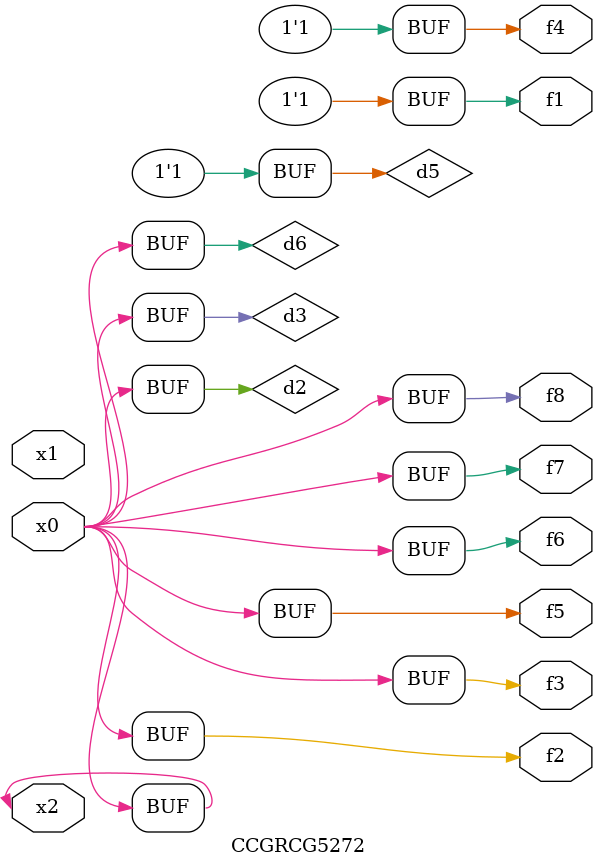
<source format=v>
module CCGRCG5272(
	input x0, x1, x2,
	output f1, f2, f3, f4, f5, f6, f7, f8
);

	wire d1, d2, d3, d4, d5, d6;

	xnor (d1, x2);
	buf (d2, x0, x2);
	and (d3, x0);
	xnor (d4, x1, x2);
	nand (d5, d1, d3);
	buf (d6, d2, d3);
	assign f1 = d5;
	assign f2 = d6;
	assign f3 = d6;
	assign f4 = d5;
	assign f5 = d6;
	assign f6 = d6;
	assign f7 = d6;
	assign f8 = d6;
endmodule

</source>
